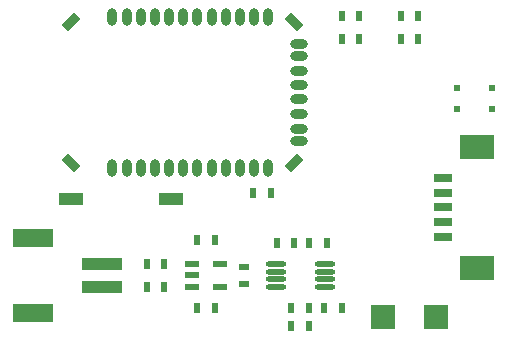
<source format=gbr>
%TF.GenerationSoftware,Altium Limited,Altium Designer,18.1.9 (240)*%
G04 Layer_Color=8421504*
%FSLAX26Y26*%
%MOIN*%
%TF.FileFunction,Paste,Top*%
%TF.Part,Single*%
G01*
G75*
%TA.AperFunction,SMDPad,CuDef*%
%ADD10R,0.078740X0.043307*%
%ADD11R,0.023622X0.035433*%
%ADD12O,0.031496X0.059055*%
%ADD13O,0.059055X0.031496*%
G04:AMPARAMS|DCode=14|XSize=31.496mil|YSize=59.055mil|CornerRadius=0mil|HoleSize=0mil|Usage=FLASHONLY|Rotation=135.000|XOffset=0mil|YOffset=0mil|HoleType=Round|Shape=Rectangle|*
%AMROTATEDRECTD14*
4,1,4,0.032015,0.009744,-0.009744,-0.032015,-0.032015,-0.009744,0.009744,0.032015,0.032015,0.009744,0.0*
%
%ADD14ROTATEDRECTD14*%

G04:AMPARAMS|DCode=15|XSize=31.496mil|YSize=59.055mil|CornerRadius=0mil|HoleSize=0mil|Usage=FLASHONLY|Rotation=45.000|XOffset=0mil|YOffset=0mil|HoleType=Round|Shape=Rectangle|*
%AMROTATEDRECTD15*
4,1,4,0.009744,-0.032015,-0.032015,0.009744,-0.009744,0.032015,0.032015,-0.009744,0.009744,-0.032015,0.0*
%
%ADD15ROTATEDRECTD15*%

%ADD16R,0.062992X0.031496*%
%ADD17R,0.118110X0.078740*%
%ADD18R,0.023622X0.023622*%
%ADD19R,0.137795X0.039370*%
%ADD20R,0.137795X0.059055*%
%ADD21R,0.078740X0.078740*%
%ADD22O,0.070866X0.017716*%
%ADD23R,0.035433X0.023622*%
%ADD24R,0.050000X0.023622*%
%ADD25R,0.050000X0.023622*%
D10*
X623458Y529386D02*
D03*
X288812D02*
D03*
D11*
X895669Y551181D02*
D03*
X954725D02*
D03*
X1387795Y1062992D02*
D03*
X1446851D02*
D03*
X1250000Y1062991D02*
D03*
X1190945D02*
D03*
Y1141731D02*
D03*
X1250000D02*
D03*
X1387795Y1141732D02*
D03*
X1446851D02*
D03*
X1131889Y167323D02*
D03*
X1190945D02*
D03*
X1141732Y383860D02*
D03*
X1082677D02*
D03*
X1023622Y108268D02*
D03*
X1082677D02*
D03*
Y167323D02*
D03*
X1023622D02*
D03*
X1033464Y383859D02*
D03*
X974409D02*
D03*
X708661Y167323D02*
D03*
X767717D02*
D03*
X708661Y393701D02*
D03*
X767717D02*
D03*
X541338Y314961D02*
D03*
X600394D02*
D03*
Y236220D02*
D03*
X541338D02*
D03*
D12*
X426919Y633858D02*
D03*
X474163D02*
D03*
X521407D02*
D03*
X568652D02*
D03*
X615896D02*
D03*
X663140D02*
D03*
X710384D02*
D03*
X757628D02*
D03*
X804872D02*
D03*
X852116D02*
D03*
X899360D02*
D03*
X946604D02*
D03*
Y1137795D02*
D03*
X899360D02*
D03*
X852116D02*
D03*
X804872D02*
D03*
X757628D02*
D03*
X710384D02*
D03*
X663140D02*
D03*
X615896D02*
D03*
X568652D02*
D03*
X521407D02*
D03*
X474163D02*
D03*
X426919D02*
D03*
D13*
X1048966Y1007874D02*
D03*
Y763780D02*
D03*
Y1047244D02*
D03*
Y956693D02*
D03*
Y909449D02*
D03*
Y862205D02*
D03*
Y814961D02*
D03*
Y724410D02*
D03*
D14*
X1031742Y650591D02*
D03*
X289616Y1121063D02*
D03*
D15*
Y650591D02*
D03*
X1031742Y1121063D02*
D03*
D16*
X1527559Y403543D02*
D03*
Y452756D02*
D03*
Y600394D02*
D03*
Y551181D02*
D03*
Y501969D02*
D03*
D17*
X1641732Y301181D02*
D03*
Y702756D02*
D03*
D18*
X1692913Y901575D02*
D03*
X1574803D02*
D03*
Y830709D02*
D03*
X1692913D02*
D03*
D19*
X393701Y236220D02*
D03*
Y314961D02*
D03*
D20*
X161417Y149606D02*
D03*
Y401575D02*
D03*
D21*
X1328740Y137795D02*
D03*
X1505906D02*
D03*
D22*
X971456Y313977D02*
D03*
Y288386D02*
D03*
Y262796D02*
D03*
Y237205D02*
D03*
X1134842Y313977D02*
D03*
Y288386D02*
D03*
Y262796D02*
D03*
Y237205D02*
D03*
D23*
X866143Y305118D02*
D03*
Y246063D02*
D03*
D24*
X785427Y312967D02*
D03*
Y238163D02*
D03*
D25*
X690938Y312967D02*
D03*
Y275565D02*
D03*
X690945Y238189D02*
D03*
%TF.MD5,4e03aa2041787608144cbf0ad1fbeb57*%
M02*

</source>
